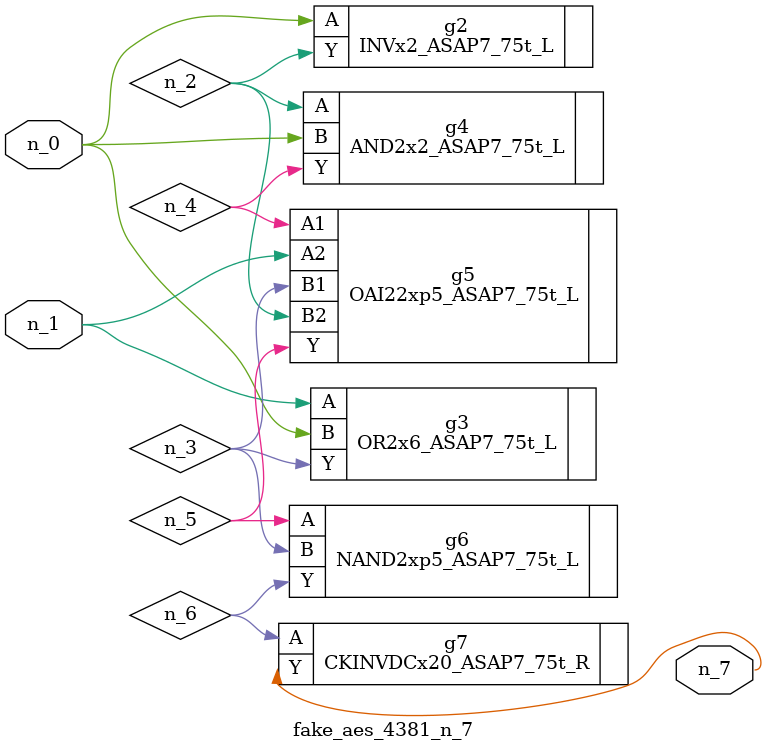
<source format=v>
module fake_aes_4381_n_7 (n_1, n_0, n_7);
input n_1;
input n_0;
output n_7;
wire n_2;
wire n_6;
wire n_4;
wire n_3;
wire n_5;
INVx2_ASAP7_75t_L g2 ( .A(n_0), .Y(n_2) );
OR2x6_ASAP7_75t_L g3 ( .A(n_1), .B(n_0), .Y(n_3) );
AND2x2_ASAP7_75t_L g4 ( .A(n_2), .B(n_0), .Y(n_4) );
OAI22xp5_ASAP7_75t_L g5 ( .A1(n_4), .A2(n_1), .B1(n_3), .B2(n_2), .Y(n_5) );
NAND2xp5_ASAP7_75t_L g6 ( .A(n_5), .B(n_3), .Y(n_6) );
CKINVDCx20_ASAP7_75t_R g7 ( .A(n_6), .Y(n_7) );
endmodule
</source>
